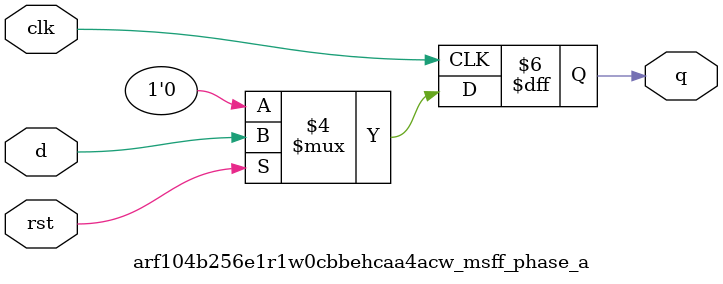
<source format=sv>
`ifndef ARF104B256E1R1W0CBBEHCAA4ACW_MSFF_PHASE_A_SV
`define ARF104B256E1R1W0CBBEHCAA4ACW_MSFF_PHASE_A_SV

module arf104b256e1r1w0cbbehcaa4acw_msff_phase_a #
(
  parameter DWIDTH = 1
)
(
  input  logic [DWIDTH-1:0] d,
  input  logic clk,
  input  logic rst,
  output logic [DWIDTH-1:0] q
);

always_ff @ (posedge clk) begin
  if (~rst) begin
    q <= '0;
  end
  else begin
    q <= d;
  end
end

endmodule // arf104b256e1r1w0cbbehcaa4acw_msff_phase_a

`endif // ARF104B256E1R1W0CBBEHCAA4ACW_MSFF_PHASE_A_SV
</source>
